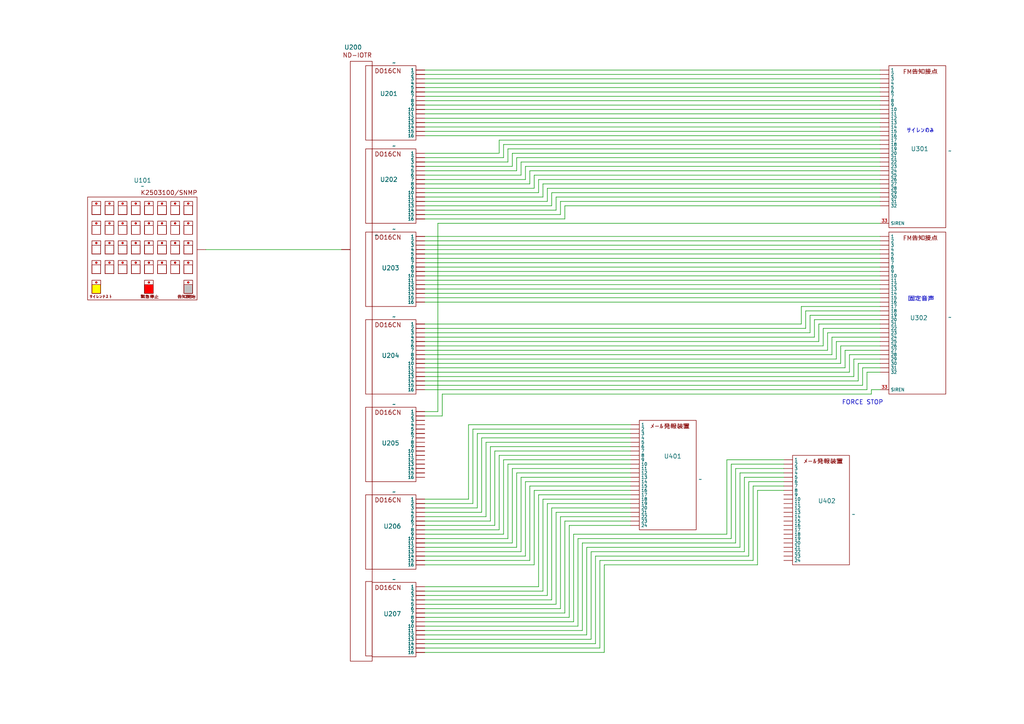
<source format=kicad_sch>
(kicad_sch (version 20231120) (generator "eeschema") (generator_version "8.0")
  (paper "A4")
  (title_block (title "K2503100を用いたシステム全体図") (date "2024-05-24") (rev "R100") (company "HOLLY&Co.,Ltd.") (comment 1 "共締めは大丈夫？") (comment 2 "共締めしない"))
  (lib_symbols
    (symbol "K2503100:DO16CN"
      (property "Reference" "U" (at -3.556 -0.254 0))
      (symbol "DO16CN_0_1"
        (rectangle (start -7.62 10.16) (end 5.08 -11.43))
      )
      (symbol "DO16CN_1_1"
        (text "DO16CN" (at -3.048 8.636 0) (effects (font (size 1.27 1.27))))
        (pin input line (at 7.62 8.89 180) (length 2.54) (name "1") (number ""))
        (pin input line (at 7.62 -2.54 180) (length 2.54) (name "10") (number ""))
        (pin input line (at 7.62 -3.81 180) (length 2.54) (name "11") (number ""))
        (pin input line (at 7.62 -5.08 180) (length 2.54) (name "12") (number ""))
        (pin input line (at 7.62 -6.35 180) (length 2.54) (name "13") (number ""))
        (pin input line (at 7.62 -7.62 180) (length 2.54) (name "14") (number ""))
        (pin input line (at 7.62 -8.89 180) (length 2.54) (name "15") (number ""))
        (pin input line (at 7.62 -10.16 180) (length 2.54) (name "16") (number ""))
        (pin input line (at 7.62 7.62 180) (length 2.54) (name "2") (number ""))
        (pin input line (at 7.62 6.35 180) (length 2.54) (name "3") (number ""))
        (pin input line (at 7.62 5.08 180) (length 2.54) (name "4") (number ""))
        (pin input line (at 7.62 3.81 180) (length 2.54) (name "5") (number ""))
        (pin input line (at 7.62 2.54 180) (length 2.54) (name "6") (number ""))
        (pin input line (at 7.62 1.27 180) (length 2.54) (name "7") (number ""))
        (pin input line (at 7.62 0 180) (length 2.54) (name "8") (number ""))
        (pin input line (at 7.62 -1.27 180) (length 2.54) (name "9") (number ""))
      )
    )
    (symbol "K2503100:FM_NOTICE" (in_bom no) (on_board no)
      (property "Reference" "U" (at 0 0 0))
      (symbol "FM_NOTICE_0_1"
        (rectangle (start -8.89 13.97) (end 7.62 -33.02))
      )
      (symbol "FM_NOTICE_1_1"
        (text "FM告知接点" (at 0.254 12.192 0) (effects (font (size 1.27 1.27))))
        (pin input line (at -11.43 12.7 0) (length 2.54) (name "1") (number ""))
        (pin input line (at -11.43 1.27 0) (length 2.54) (name "10") (number ""))
        (pin input line (at -11.43 0 0) (length 2.54) (name "11") (number ""))
        (pin input line (at -11.43 -1.27 0) (length 2.54) (name "12") (number ""))
        (pin input line (at -11.43 -2.54 0) (length 2.54) (name "13") (number ""))
        (pin input line (at -11.43 -3.81 0) (length 2.54) (name "14") (number ""))
        (pin input line (at -11.43 -5.08 0) (length 2.54) (name "15") (number ""))
        (pin input line (at -11.43 -6.35 0) (length 2.54) (name "16") (number ""))
        (pin input line (at -11.43 -7.62 0) (length 2.54) (name "17") (number ""))
        (pin input line (at -11.43 -8.89 0) (length 2.54) (name "18") (number ""))
        (pin input line (at -11.43 -10.16 0) (length 2.54) (name "19") (number ""))
        (pin input line (at -11.43 11.43 0) (length 2.54) (name "2") (number ""))
        (pin input line (at -11.43 -11.43 0) (length 2.54) (name "20") (number ""))
        (pin input line (at -11.43 -12.7 0) (length 2.54) (name "21") (number ""))
        (pin input line (at -11.43 -13.97 0) (length 2.54) (name "22") (number ""))
        (pin input line (at -11.43 -15.24 0) (length 2.54) (name "23") (number ""))
        (pin input line (at -11.43 -16.51 0) (length 2.54) (name "24") (number ""))
        (pin input line (at -11.43 -17.78 0) (length 2.54) (name "25") (number ""))
        (pin input line (at -11.43 -19.05 0) (length 2.54) (name "26") (number ""))
        (pin input line (at -11.43 -20.32 0) (length 2.54) (name "27") (number ""))
        (pin input line (at -11.43 -21.59 0) (length 2.54) (name "28") (number ""))
        (pin input line (at -11.43 -22.86 0) (length 2.54) (name "29") (number ""))
        (pin input line (at -11.43 10.16 0) (length 2.54) (name "3") (number ""))
        (pin input line (at -11.43 -24.13 0) (length 2.54) (name "30") (number ""))
        (pin input line (at -11.43 -25.4 0) (length 2.54) (name "31") (number ""))
        (pin input line (at -11.43 -26.67 0) (length 2.54) (name "32") (number ""))
        (pin input line (at -11.43 8.89 0) (length 2.54) (name "4") (number ""))
        (pin input line (at -11.43 7.62 0) (length 2.54) (name "5") (number ""))
        (pin input line (at -11.43 6.35 0) (length 2.54) (name "6") (number ""))
        (pin input line (at -11.43 5.08 0) (length 2.54) (name "7") (number ""))
        (pin input line (at -11.43 3.81 0) (length 2.54) (name "8") (number ""))
        (pin input line (at -11.43 2.54 0) (length 2.54) (name "9") (number ""))
        (pin input line (at -11.43 -31.75 0) (length 2.54) (name "SIREN") (number "33"))
      )
    )
    (symbol "K2503100:K2503100SNMP"
      (property "Reference" "U" (at -13.462 16.51 0))
      (symbol "K2503100SNMP_0_1"
        (rectangle (start -16.51 15.24) (end 15.24 -14.605))
      )
      (symbol "K2503100SNMP_1_1"
        (rectangle (start -15.24 -10.16) (end -12.7 -12.7) (fill (type color) (color 255 255 0 1)))
        (rectangle (start -15.24 -8.89) (end -12.7 -12.7))
        (rectangle (start -15.24 -4.445) (end -12.7 -6.985) (fill (type color) (color 255 255 255 1)))
        (rectangle (start -15.24 -3.175) (end -12.7 -6.985))
        (rectangle (start -15.24 1.27) (end -12.7 -1.27) (fill (type color) (color 255 255 255 1)))
        (rectangle (start -15.24 2.54) (end -12.7 -1.27))
        (rectangle (start -15.24 6.985) (end -12.7 4.445) (fill (type color) (color 255 255 255 1)))
        (rectangle (start -15.24 8.255) (end -12.7 4.445))
        (rectangle (start -15.24 12.7) (end -12.7 10.16) (fill (type color) (color 255 255 255 1)))
        (rectangle (start -15.24 13.97) (end -12.7 10.16))
        (circle (center -13.97 -9.525) (radius 0.254) (fill (type color) (color 255 0 0 1)))
        (circle (center -13.97 -3.81) (radius 0.254) (fill (type color) (color 255 0 0 1)))
        (circle (center -13.97 1.905) (radius 0.254) (fill (type color) (color 255 0 0 1)))
        (circle (center -13.97 7.62) (radius 0.254) (fill (type color) (color 255 0 0 1)))
        (circle (center -13.97 13.335) (radius 0.254) (fill (type color) (color 255 0 0 1)))
        (rectangle (start -11.43 -4.445) (end -8.89 -6.985) (fill (type color) (color 255 255 255 1)))
        (rectangle (start -11.43 -3.175) (end -8.89 -6.985))
        (rectangle (start -11.43 1.27) (end -8.89 -1.27) (fill (type color) (color 255 255 255 1)))
        (rectangle (start -11.43 2.54) (end -8.89 -1.27))
        (rectangle (start -11.43 6.985) (end -8.89 4.445) (fill (type color) (color 255 255 255 1)))
        (rectangle (start -11.43 8.255) (end -8.89 4.445))
        (rectangle (start -11.43 12.7) (end -8.89 10.16) (fill (type color) (color 255 255 255 1)))
        (rectangle (start -11.43 13.97) (end -8.89 10.16))
        (circle (center -10.16 -3.81) (radius 0.254) (fill (type color) (color 255 0 0 1)))
        (circle (center -10.16 1.905) (radius 0.254) (fill (type color) (color 255 0 0 1)))
        (circle (center -10.16 7.62) (radius 0.254) (fill (type color) (color 255 0 0 1)))
        (circle (center -10.16 13.335) (radius 0.254) (fill (type color) (color 255 0 0 1)))
        (rectangle (start -7.62 -4.445) (end -5.08 -6.985) (fill (type color) (color 255 255 255 1)))
        (rectangle (start -7.62 -3.175) (end -5.08 -6.985))
        (rectangle (start -7.62 1.27) (end -5.08 -1.27) (fill (type color) (color 255 255 255 1)))
        (rectangle (start -7.62 2.54) (end -5.08 -1.27))
        (rectangle (start -7.62 6.985) (end -5.08 4.445) (fill (type color) (color 255 255 255 1)))
        (rectangle (start -7.62 8.255) (end -5.08 4.445))
        (rectangle (start -7.62 12.7) (end -5.08 10.16) (fill (type color) (color 255 255 255 1)))
        (rectangle (start -7.62 13.97) (end -5.08 10.16))
        (circle (center -6.35 -3.81) (radius 0.254) (fill (type color) (color 255 0 0 1)))
        (circle (center -6.35 1.905) (radius 0.254) (fill (type color) (color 255 0 0 1)))
        (circle (center -6.35 7.62) (radius 0.254) (fill (type color) (color 255 0 0 1)))
        (circle (center -6.35 13.335) (radius 0.254) (fill (type color) (color 255 0 0 1)))
        (rectangle (start -3.81 -4.445) (end -1.27 -6.985) (fill (type color) (color 255 255 255 1)))
        (rectangle (start -3.81 -3.175) (end -1.27 -6.985))
        (rectangle (start -3.81 1.27) (end -1.27 -1.27) (fill (type color) (color 255 255 255 1)))
        (rectangle (start -3.81 2.54) (end -1.27 -1.27))
        (rectangle (start -3.81 6.985) (end -1.27 4.445) (fill (type color) (color 255 255 255 1)))
        (rectangle (start -3.81 8.255) (end -1.27 4.445))
        (rectangle (start -3.81 12.7) (end -1.27 10.16) (fill (type color) (color 255 255 255 1)))
        (rectangle (start -3.81 13.97) (end -1.27 10.16))
        (circle (center -2.54 -3.81) (radius 0.254) (fill (type color) (color 255 0 0 1)))
        (circle (center -2.54 1.905) (radius 0.254) (fill (type color) (color 255 0 0 1)))
        (circle (center -2.54 7.62) (radius 0.254) (fill (type color) (color 255 0 0 1)))
        (circle (center -2.54 13.335) (radius 0.254) (fill (type color) (color 255 0 0 1)))
        (rectangle (start 0 -10.16) (end 2.54 -12.7) (fill (type color) (color 255 0 0 1)))
        (rectangle (start 0 -8.89) (end 2.54 -12.7))
        (rectangle (start 0 -4.445) (end 2.54 -6.985) (fill (type color) (color 255 255 255 1)))
        (rectangle (start 0 -3.175) (end 2.54 -6.985))
        (rectangle (start 0 1.27) (end 2.54 -1.27) (fill (type color) (color 255 255 255 1)))
        (rectangle (start 0 2.54) (end 2.54 -1.27))
        (rectangle (start 0 6.985) (end 2.54 4.445) (fill (type color) (color 255 255 255 1)))
        (rectangle (start 0 8.255) (end 2.54 4.445))
        (rectangle (start 0 12.7) (end 2.54 10.16) (fill (type color) (color 255 255 255 1)))
        (rectangle (start 0 13.97) (end 2.54 10.16))
        (circle (center 1.27 -9.525) (radius 0.254) (fill (type color) (color 255 0 0 1)))
        (circle (center 1.27 -3.81) (radius 0.254) (fill (type color) (color 255 0 0 1)))
        (circle (center 1.27 1.905) (radius 0.254) (fill (type color) (color 255 0 0 1)))
        (circle (center 1.27 7.62) (radius 0.254) (fill (type color) (color 255 0 0 1)))
        (circle (center 1.27 13.335) (radius 0.254) (fill (type color) (color 255 0 0 1)))
        (rectangle (start 3.81 -4.445) (end 6.35 -6.985) (fill (type color) (color 255 255 255 1)))
        (rectangle (start 3.81 -3.175) (end 6.35 -6.985))
        (rectangle (start 3.81 1.27) (end 6.35 -1.27) (fill (type color) (color 255 255 255 1)))
        (rectangle (start 3.81 2.54) (end 6.35 -1.27))
        (rectangle (start 3.81 6.985) (end 6.35 4.445) (fill (type color) (color 255 255 255 1)))
        (rectangle (start 3.81 8.255) (end 6.35 4.445))
        (rectangle (start 3.81 12.7) (end 6.35 10.16) (fill (type color) (color 255 255 255 1)))
        (rectangle (start 3.81 13.97) (end 6.35 10.16))
        (circle (center 5.08 -3.81) (radius 0.254) (fill (type color) (color 255 0 0 1)))
        (circle (center 5.08 1.905) (radius 0.254) (fill (type color) (color 255 0 0 1)))
        (circle (center 5.08 7.62) (radius 0.254) (fill (type color) (color 255 0 0 1)))
        (circle (center 5.08 13.335) (radius 0.254) (fill (type color) (color 255 0 0 1)))
        (rectangle (start 7.62 -4.445) (end 10.16 -6.985) (fill (type color) (color 255 255 255 1)))
        (rectangle (start 7.62 -3.175) (end 10.16 -6.985))
        (rectangle (start 7.62 1.27) (end 10.16 -1.27) (fill (type color) (color 255 255 255 1)))
        (rectangle (start 7.62 2.54) (end 10.16 -1.27))
        (rectangle (start 7.62 6.985) (end 10.16 4.445) (fill (type color) (color 255 255 255 1)))
        (rectangle (start 7.62 8.255) (end 10.16 4.445))
        (rectangle (start 7.62 12.7) (end 10.16 10.16) (fill (type color) (color 255 255 255 1)))
        (rectangle (start 7.62 13.97) (end 10.16 10.16))
        (circle (center 8.89 -3.81) (radius 0.254) (fill (type color) (color 255 0 0 1)))
        (circle (center 8.89 1.905) (radius 0.254) (fill (type color) (color 255 0 0 1)))
        (circle (center 8.89 7.62) (radius 0.254) (fill (type color) (color 255 0 0 1)))
        (circle (center 8.89 13.335) (radius 0.254) (fill (type color) (color 255 0 0 1)))
        (rectangle (start 11.43 -10.16) (end 13.97 -12.7) (fill (type color) (color 194 194 194 1)))
        (rectangle (start 11.43 -8.89) (end 13.97 -12.7))
        (rectangle (start 11.43 -4.445) (end 13.97 -6.985) (fill (type color) (color 255 255 255 1)))
        (rectangle (start 11.43 -3.175) (end 13.97 -6.985))
        (rectangle (start 11.43 1.27) (end 13.97 -1.27) (fill (type color) (color 255 255 255 1)))
        (rectangle (start 11.43 2.54) (end 13.97 -1.27))
        (rectangle (start 11.43 6.985) (end 13.97 4.445) (fill (type color) (color 255 255 255 1)))
        (rectangle (start 11.43 8.255) (end 13.97 4.445))
        (rectangle (start 11.43 12.7) (end 13.97 10.16) (fill (type color) (color 255 255 255 1)))
        (rectangle (start 11.43 13.97) (end 13.97 10.16))
        (circle (center 12.7 -9.525) (radius 0.254) (fill (type color) (color 255 0 0 1)))
        (circle (center 12.7 -3.81) (radius 0.254) (fill (type color) (color 255 0 0 1)))
        (circle (center 12.7 1.905) (radius 0.254) (fill (type color) (color 255 0 0 1)))
        (circle (center 12.7 7.62) (radius 0.254) (fill (type color) (color 255 0 0 1)))
        (circle (center 12.7 13.335) (radius 0.254) (fill (type color) (color 255 0 0 1)))
        (text "K2503100/SNMP" (at 7.112 16.51 0) (effects (font (size 1.27 1.27))))
        (text "サイレンテスト" (at -12.7 -13.716 0) (effects (font (size 0.889 0.889))))
        (text "告知開始" (at 12.192 -13.716 0) (effects (font (size 0.889 0.889))))
        (text "緊急停止" (at 1.524 -13.716 0) (effects (font (size 0.889 0.889))))
        (pin output line (at 17.78 0 180) (length 2.54) (name "") (number ""))
      )
    )
    (symbol "K2503100:MAIL_SENDER"
      (property "Reference" "U" (at 0 0 0))
      (symbol "MAIL_SENDER_0_1"
        (rectangle (start -7.62 15.24) (end 8.89 -16.51))
      )
      (symbol "MAIL_SENDER_1_1"
        (text "メール発報装置" (at 1.27 13.462 0) (effects (font (size 1.27 1.27))))
        (pin input line (at -10.16 13.97 0) (length 2.54) (name "1") (number ""))
        (pin input line (at -10.16 2.54 0) (length 2.54) (name "10") (number ""))
        (pin input line (at -10.16 1.27 0) (length 2.54) (name "11") (number ""))
        (pin input line (at -10.16 0 0) (length 2.54) (name "12") (number ""))
        (pin input line (at -10.16 -1.27 0) (length 2.54) (name "13") (number ""))
        (pin input line (at -10.16 -2.54 0) (length 2.54) (name "14") (number ""))
        (pin input line (at -10.16 -3.81 0) (length 2.54) (name "15") (number ""))
        (pin input line (at -10.16 -5.08 0) (length 2.54) (name "16") (number ""))
        (pin input line (at -10.16 -6.35 0) (length 2.54) (name "17") (number ""))
        (pin input line (at -10.16 -7.62 0) (length 2.54) (name "18") (number ""))
        (pin input line (at -10.16 -8.89 0) (length 2.54) (name "19") (number ""))
        (pin input line (at -10.16 12.7 0) (length 2.54) (name "2") (number ""))
        (pin input line (at -10.16 -10.16 0) (length 2.54) (name "20") (number ""))
        (pin input line (at -10.16 -11.43 0) (length 2.54) (name "21") (number ""))
        (pin input line (at -10.16 -12.7 0) (length 2.54) (name "22") (number ""))
        (pin input line (at -10.16 -13.97 0) (length 2.54) (name "23") (number ""))
        (pin input line (at -10.16 -15.24 0) (length 2.54) (name "24") (number ""))
        (pin input line (at -10.16 11.43 0) (length 2.54) (name "3") (number ""))
        (pin input line (at -10.16 10.16 0) (length 2.54) (name "4") (number ""))
        (pin input line (at -10.16 8.89 0) (length 2.54) (name "5") (number ""))
        (pin input line (at -10.16 7.62 0) (length 2.54) (name "6") (number ""))
        (pin input line (at -10.16 6.35 0) (length 2.54) (name "7") (number ""))
        (pin input line (at -10.16 5.08 0) (length 2.54) (name "8") (number ""))
        (pin input line (at -10.16 3.81 0) (length 2.54) (name "9") (number ""))
      )
    )
    (symbol "K2503100:ND-IOTR"
      (property "Reference" "U" (at 3.302 11.43 0))
      (symbol "ND-IOTR_0_1"
        (polyline (pts (xy 6.35 -96.266) (xy 4.445 -96.266) (xy 4.445 -117.856) (xy 6.35 -117.856)))
        (polyline (pts (xy 6.35 -71.12) (xy 4.445 -71.12) (xy 4.445 -92.71) (xy 6.35 -92.71)))
        (polyline (pts (xy 6.35 -45.72) (xy 4.445 -45.72) (xy 4.445 -67.31) (xy 6.35 -67.31)))
        (polyline (pts (xy 6.35 -20.32) (xy 4.445 -20.32) (xy 4.445 -41.91) (xy 6.35 -41.91)))
        (polyline (pts (xy 6.35 5.08) (xy 4.445 5.08) (xy 4.445 -16.51) (xy 6.35 -16.51)))
        (polyline (pts (xy 6.35 29.21) (xy 4.445 29.21) (xy 4.445 7.62) (xy 6.35 7.62)))
        (polyline (pts (xy 6.35 31.75) (xy 4.445 31.75) (xy 4.445 53.34) (xy 6.35 53.34)))
        (rectangle (start 0 54.61) (end 6.35 -119.38))
      )
      (symbol "ND-IOTR_1_1"
        (text "ND-IOTR" (at 2.032 56.388 0) (effects (font (size 1.27 1.27))))
        (pin input line (at -2.54 0 0) (length 2.54) (name "") (number ""))
      )
    )
  )
  (wire (pts (xy 123.19 78.74) (xy 255.27 78.74)))
  (wire (pts (xy 123.19 87.63) (xy 255.27 87.63)))
  (wire (pts (xy 123.19 106.68) (xy 245.11 106.68)))
  (wire (pts (xy 128.27 114.3) (xy 128.27 120.65)))
  (wire (pts (xy 144.78 132.08) (xy 182.88 132.08)))
  (wire (pts (xy 247.65 109.22) (xy 247.65 104.14)))
  (wire (pts (xy 160.02 55.88) (xy 160.02 59.69)))
  (wire (pts (xy 234.95 91.44) (xy 255.27 91.44)))
  (wire (pts (xy 255.27 71.12) (xy 123.19 71.12)))
  (wire (pts (xy 217.17 139.7) (xy 227.33 139.7)))
  (wire (pts (xy 123.19 163.83) (xy 154.94 163.83)))
  (wire (pts (xy 214.63 158.75) (xy 214.63 137.16)))
  (wire (pts (xy 127 64.77) (xy 255.27 64.77)))
  (wire (pts (xy 123.19 57.15) (xy 157.48 57.15)))
  (wire (pts (xy 212.09 156.21) (xy 212.09 134.62)))
  (wire (pts (xy 172.72 161.29) (xy 217.17 161.29)))
  (wire (pts (xy 246.38 102.87) (xy 246.38 107.95)))
  (wire (pts (xy 152.4 52.07) (xy 152.4 48.26)))
  (wire (pts (xy 233.68 95.25) (xy 233.68 90.17)))
  (wire (pts (xy 123.19 59.69) (xy 160.02 59.69)))
  (wire (pts (xy 123.19 49.53) (xy 149.86 49.53)))
  (wire (pts (xy 151.13 46.99) (xy 255.27 46.99)))
  (wire (pts (xy 147.32 43.18) (xy 255.27 43.18)))
  (wire (pts (xy 138.43 125.73) (xy 138.43 147.32)))
  (wire (pts (xy 144.78 132.08) (xy 144.78 153.67)))
  (wire (pts (xy 123.19 104.14) (xy 242.57 104.14)))
  (wire (pts (xy 232.41 88.9) (xy 255.27 88.9)))
  (wire (pts (xy 149.86 49.53) (xy 149.86 45.72)))
  (wire (pts (xy 154.94 54.61) (xy 154.94 50.8)))
  (wire (pts (xy 241.3 97.79) (xy 241.3 102.87)))
  (wire (pts (xy 143.51 130.81) (xy 143.51 152.4)))
  (wire (pts (xy 123.19 34.29) (xy 255.27 34.29)))
  (wire (pts (xy 165.1 152.4) (xy 165.1 179.07)))
  (wire (pts (xy 123.19 111.76) (xy 250.19 111.76)))
  (wire (pts (xy 218.44 162.56) (xy 173.99 162.56)))
  (wire (pts (xy 139.7 148.59) (xy 139.7 127)))
  (wire (pts (xy 123.19 182.88) (xy 168.91 182.88)))
  (wire (pts (xy 123.19 74.93) (xy 255.27 74.93)))
  (wire (pts (xy 123.19 38.1) (xy 255.27 38.1)))
  (wire (pts (xy 175.26 189.23) (xy 175.26 163.83)))
  (wire (pts (xy 170.18 158.75) (xy 214.63 158.75)))
  (wire (pts (xy 255.27 102.87) (xy 246.38 102.87)))
  (wire (pts (xy 214.63 137.16) (xy 227.33 137.16)))
  (wire (pts (xy 158.75 54.61) (xy 255.27 54.61)))
  (wire (pts (xy 149.86 45.72) (xy 255.27 45.72)))
  (wire (pts (xy 215.9 138.43) (xy 215.9 160.02)))
  (wire (pts (xy 175.26 163.83) (xy 219.71 163.83)))
  (wire (pts (xy 123.19 93.98) (xy 232.41 93.98)))
  (wire (pts (xy 215.9 160.02) (xy 171.45 160.02)))
  (wire (pts (xy 250.19 111.76) (xy 250.19 106.68)))
  (wire (pts (xy 162.56 149.86) (xy 182.88 149.86)))
  (wire (pts (xy 123.19 147.32) (xy 138.43 147.32)))
  (wire (pts (xy 123.19 99.06) (xy 237.49 99.06)))
  (wire (pts (xy 140.97 128.27) (xy 140.97 149.86)))
  (wire (pts (xy 140.97 149.86) (xy 123.19 149.86)))
  (wire (pts (xy 252.73 113.03) (xy 252.73 114.3)))
  (wire (pts (xy 173.99 187.96) (xy 173.99 162.56)))
  (wire (pts (xy 123.19 101.6) (xy 240.03 101.6)))
  (wire (pts (xy 166.37 180.34) (xy 166.37 154.94)))
  (wire (pts (xy 213.36 157.48) (xy 168.91 157.48)))
  (wire (pts (xy 123.19 73.66) (xy 255.27 73.66)))
  (wire (pts (xy 210.82 133.35) (xy 227.33 133.35)))
  (wire (pts (xy 162.56 58.42) (xy 255.27 58.42)))
  (wire (pts (xy 123.19 20.32) (xy 255.27 20.32)))
  (wire (pts (xy 227.33 138.43) (xy 215.9 138.43)))
  (wire (pts (xy 154.94 50.8) (xy 255.27 50.8)))
  (wire (pts (xy 123.19 76.2) (xy 255.27 76.2)))
  (wire (pts (xy 252.73 114.3) (xy 128.27 114.3)))
  (wire (pts (xy 149.86 158.75) (xy 123.19 158.75)))
  (wire (pts (xy 158.75 146.05) (xy 182.88 146.05)))
  (wire (pts (xy 137.16 124.46) (xy 182.88 124.46)))
  (wire (pts (xy 217.17 161.29) (xy 217.17 139.7)))
  (wire (pts (xy 123.19 109.22) (xy 247.65 109.22)))
  (wire (pts (xy 156.21 55.88) (xy 156.21 52.07)))
  (wire (pts (xy 123.19 30.48) (xy 255.27 30.48)))
  (wire (pts (xy 156.21 143.51) (xy 182.88 143.51)))
  (wire (pts (xy 123.19 46.99) (xy 147.32 46.99)))
  (wire (pts (xy 152.4 139.7) (xy 152.4 161.29)))
  (wire (pts (xy 246.38 107.95) (xy 123.19 107.95)))
  (wire (pts (xy 148.59 157.48) (xy 148.59 135.89)))
  (wire (pts (xy 123.19 144.78) (xy 135.89 144.78)))
  (wire (pts (xy 149.86 137.16) (xy 182.88 137.16)))
  (wire (pts (xy 123.19 171.45) (xy 157.48 171.45)))
  (wire (pts (xy 123.19 45.72) (xy 146.05 45.72)))
  (wire (pts (xy 219.71 142.24) (xy 227.33 142.24)))
  (wire (pts (xy 147.32 134.62) (xy 182.88 134.62)))
  (wire (pts (xy 123.19 50.8) (xy 151.13 50.8)))
  (wire (pts (xy 123.19 184.15) (xy 170.18 184.15)))
  (wire (pts (xy 255.27 105.41) (xy 248.92 105.41)))
  (wire (pts (xy 143.51 130.81) (xy 182.88 130.81)))
  (wire (pts (xy 146.05 133.35) (xy 182.88 133.35)))
  (wire (pts (xy 158.75 58.42) (xy 158.75 54.61)))
  (wire (pts (xy 142.24 129.54) (xy 182.88 129.54)))
  (wire (pts (xy 123.19 58.42) (xy 158.75 58.42)))
  (wire (pts (xy 233.68 90.17) (xy 255.27 90.17)))
  (wire (pts (xy 153.67 162.56) (xy 153.67 140.97)))
  (wire (pts (xy 123.19 72.39) (xy 255.27 72.39)))
  (wire (pts (xy 123.19 148.59) (xy 139.7 148.59)))
  (wire (pts (xy 123.19 21.59) (xy 255.27 21.59)))
  (wire (pts (xy 165.1 152.4) (xy 182.88 152.4)))
  (wire (pts (xy 123.19 187.96) (xy 173.99 187.96)))
  (wire (pts (xy 243.84 100.33) (xy 243.84 105.41)))
  (wire (pts (xy 147.32 156.21) (xy 123.19 156.21)))
  (wire (pts (xy 248.92 105.41) (xy 248.92 110.49)))
  (wire (pts (xy 123.19 24.13) (xy 255.27 24.13)))
  (wire (pts (xy 167.64 156.21) (xy 212.09 156.21)))
  (wire (pts (xy 123.19 69.85) (xy 255.27 69.85)))
  (wire (pts (xy 123.19 80.01) (xy 255.27 80.01)))
  (wire (pts (xy 237.49 99.06) (xy 237.49 93.98)))
  (wire (pts (xy 123.19 77.47) (xy 255.27 77.47)))
  (wire (pts (xy 163.83 151.13) (xy 163.83 177.8)))
  (wire (pts (xy 238.76 100.33) (xy 123.19 100.33)))
  (wire (pts (xy 123.19 60.96) (xy 161.29 60.96)))
  (wire (pts (xy 123.19 33.02) (xy 255.27 33.02)))
  (wire (pts (xy 123.19 25.4) (xy 255.27 25.4)))
  (wire (pts (xy 135.89 123.19) (xy 182.88 123.19)))
  (wire (pts (xy 123.19 63.5) (xy 163.83 63.5)))
  (wire (pts (xy 163.83 59.69) (xy 255.27 59.69)))
  (wire (pts (xy 123.19 175.26) (xy 161.29 175.26)))
  (wire (pts (xy 123.19 26.67) (xy 255.27 26.67)))
  (wire (pts (xy 148.59 44.45) (xy 255.27 44.45)))
  (wire (pts (xy 123.19 186.69) (xy 172.72 186.69)))
  (wire (pts (xy 123.19 44.45) (xy 144.78 44.45)))
  (wire (pts (xy 236.22 97.79) (xy 236.22 92.71)))
  (wire (pts (xy 163.83 151.13) (xy 182.88 151.13)))
  (wire (pts (xy 123.19 161.29) (xy 152.4 161.29)))
  (wire (pts (xy 240.03 101.6) (xy 240.03 96.52)))
  (wire (pts (xy 255.27 95.25) (xy 238.76 95.25)))
  (wire (pts (xy 160.02 147.32) (xy 182.88 147.32)))
  (wire (pts (xy 251.46 113.03) (xy 123.19 113.03)))
  (wire (pts (xy 219.71 163.83) (xy 219.71 142.24)))
  (wire (pts (xy 161.29 57.15) (xy 255.27 57.15)))
  (wire (pts (xy 153.67 140.97) (xy 182.88 140.97)))
  (wire (pts (xy 123.19 173.99) (xy 160.02 173.99)))
  (wire (pts (xy 123.19 83.82) (xy 255.27 83.82)))
  (wire (pts (xy 123.19 157.48) (xy 148.59 157.48)))
  (wire (pts (xy 162.56 58.42) (xy 162.56 62.23)))
  (wire (pts (xy 123.19 146.05) (xy 137.16 146.05)))
  (wire (pts (xy 123.19 177.8) (xy 163.83 177.8)))
  (wire (pts (xy 123.19 96.52) (xy 234.95 96.52)))
  (wire (pts (xy 148.59 135.89) (xy 182.88 135.89)))
  (wire (pts (xy 227.33 135.89) (xy 213.36 135.89)))
  (wire (pts (xy 213.36 135.89) (xy 213.36 157.48)))
  (wire (pts (xy 243.84 105.41) (xy 123.19 105.41)))
  (wire (pts (xy 218.44 140.97) (xy 218.44 162.56)))
  (wire (pts (xy 123.19 48.26) (xy 148.59 48.26)))
  (wire (pts (xy 212.09 134.62) (xy 227.33 134.62)))
  (wire (pts (xy 123.19 53.34) (xy 153.67 53.34)))
  (wire (pts (xy 240.03 96.52) (xy 255.27 96.52)))
  (wire (pts (xy 163.83 63.5) (xy 163.83 59.69)))
  (wire (pts (xy 167.64 181.61) (xy 167.64 156.21)))
  (wire (pts (xy 156.21 143.51) (xy 156.21 170.18)))
  (wire (pts (xy 146.05 154.94) (xy 146.05 133.35)))
  (wire (pts (xy 255.27 100.33) (xy 243.84 100.33)))
  (wire (pts (xy 123.19 55.88) (xy 156.21 55.88)))
  (wire (pts (xy 59.69 72.39) (xy 99.06 72.39)))
  (wire (pts (xy 242.57 99.06) (xy 255.27 99.06)))
  (wire (pts (xy 172.72 186.69) (xy 172.72 161.29)))
  (wire (pts (xy 123.19 68.58) (xy 255.27 68.58)))
  (wire (pts (xy 234.95 96.52) (xy 234.95 91.44)))
  (wire (pts (xy 245.11 101.6) (xy 255.27 101.6)))
  (wire (pts (xy 137.16 146.05) (xy 137.16 124.46)))
  (wire (pts (xy 144.78 153.67) (xy 123.19 153.67)))
  (wire (pts (xy 241.3 102.87) (xy 123.19 102.87)))
  (wire (pts (xy 123.19 185.42) (xy 171.45 185.42)))
  (wire (pts (xy 151.13 50.8) (xy 151.13 46.99)))
  (wire (pts (xy 148.59 44.45) (xy 148.59 48.26)))
  (wire (pts (xy 168.91 182.88) (xy 168.91 157.48)))
  (wire (pts (xy 152.4 139.7) (xy 182.88 139.7)))
  (wire (pts (xy 232.41 93.98) (xy 232.41 88.9)))
  (wire (pts (xy 157.48 144.78) (xy 182.88 144.78)))
  (wire (pts (xy 238.76 95.25) (xy 238.76 100.33)))
  (wire (pts (xy 156.21 52.07) (xy 255.27 52.07)))
  (wire (pts (xy 151.13 160.02) (xy 151.13 138.43)))
  (wire (pts (xy 236.22 92.71) (xy 255.27 92.71)))
  (wire (pts (xy 128.27 120.65) (xy 123.19 120.65)))
  (wire (pts (xy 157.48 144.78) (xy 157.48 171.45)))
  (wire (pts (xy 139.7 127) (xy 182.88 127)))
  (wire (pts (xy 123.19 29.21) (xy 255.27 29.21)))
  (wire (pts (xy 255.27 107.95) (xy 251.46 107.95)))
  (wire (pts (xy 250.19 106.68) (xy 255.27 106.68)))
  (wire (pts (xy 123.19 35.56) (xy 255.27 35.56)))
  (wire (pts (xy 245.11 106.68) (xy 245.11 101.6)))
  (wire (pts (xy 144.78 40.64) (xy 255.27 40.64)))
  (wire (pts (xy 255.27 113.03) (xy 252.73 113.03)))
  (wire (pts (xy 147.32 134.62) (xy 147.32 156.21)))
  (wire (pts (xy 161.29 148.59) (xy 182.88 148.59)))
  (wire (pts (xy 161.29 60.96) (xy 161.29 57.15)))
  (wire (pts (xy 237.49 93.98) (xy 255.27 93.98)))
  (wire (pts (xy 123.19 27.94) (xy 255.27 27.94)))
  (wire (pts (xy 146.05 45.72) (xy 146.05 41.91)))
  (wire (pts (xy 248.92 110.49) (xy 123.19 110.49)))
  (wire (pts (xy 123.19 95.25) (xy 233.68 95.25)))
  (wire (pts (xy 123.19 36.83) (xy 255.27 36.83)))
  (wire (pts (xy 123.19 162.56) (xy 153.67 162.56)))
  (wire (pts (xy 123.19 97.79) (xy 236.22 97.79)))
  (wire (pts (xy 144.78 44.45) (xy 144.78 40.64)))
  (wire (pts (xy 242.57 104.14) (xy 242.57 99.06)))
  (wire (pts (xy 123.19 181.61) (xy 167.64 181.61)))
  (wire (pts (xy 123.19 52.07) (xy 152.4 52.07)))
  (wire (pts (xy 123.19 154.94) (xy 146.05 154.94)))
  (wire (pts (xy 123.19 22.86) (xy 255.27 22.86)))
  (wire (pts (xy 170.18 184.15) (xy 170.18 158.75)))
  (wire (pts (xy 210.82 154.94) (xy 210.82 133.35)))
  (wire (pts (xy 143.51 152.4) (xy 123.19 152.4)))
  (wire (pts (xy 171.45 185.42) (xy 171.45 160.02)))
  (wire (pts (xy 123.19 39.37) (xy 255.27 39.37)))
  (wire (pts (xy 142.24 151.13) (xy 123.19 151.13)))
  (wire (pts (xy 154.94 142.24) (xy 182.88 142.24)))
  (wire (pts (xy 255.27 97.79) (xy 241.3 97.79)))
  (wire (pts (xy 123.19 179.07) (xy 165.1 179.07)))
  (wire (pts (xy 135.89 144.78) (xy 135.89 123.19)))
  (wire (pts (xy 152.4 48.26) (xy 255.27 48.26)))
  (wire (pts (xy 147.32 46.99) (xy 147.32 43.18)))
  (wire (pts (xy 146.05 41.91) (xy 255.27 41.91)))
  (wire (pts (xy 123.19 82.55) (xy 255.27 82.55)))
  (wire (pts (xy 151.13 138.43) (xy 182.88 138.43)))
  (wire (pts (xy 123.19 86.36) (xy 255.27 86.36)))
  (wire (pts (xy 166.37 154.94) (xy 210.82 154.94)))
  (wire (pts (xy 158.75 146.05) (xy 158.75 172.72)))
  (wire (pts (xy 149.86 137.16) (xy 149.86 158.75)))
  (wire (pts (xy 127 64.77) (xy 127 119.38)))
  (wire (pts (xy 123.19 54.61) (xy 154.94 54.61)))
  (wire (pts (xy 123.19 81.28) (xy 255.27 81.28)))
  (wire (pts (xy 123.19 172.72) (xy 158.75 172.72)))
  (wire (pts (xy 123.19 189.23) (xy 175.26 189.23)))
  (wire (pts (xy 123.19 160.02) (xy 151.13 160.02)))
  (wire (pts (xy 123.19 176.53) (xy 162.56 176.53)))
  (wire (pts (xy 160.02 147.32) (xy 160.02 173.99)))
  (wire (pts (xy 123.19 31.75) (xy 255.27 31.75)))
  (wire (pts (xy 160.02 55.88) (xy 255.27 55.88)))
  (wire (pts (xy 123.19 180.34) (xy 166.37 180.34)))
  (wire (pts (xy 157.48 57.15) (xy 157.48 53.34)))
  (wire (pts (xy 123.19 62.23) (xy 162.56 62.23)))
  (wire (pts (xy 161.29 148.59) (xy 161.29 175.26)))
  (wire (pts (xy 153.67 49.53) (xy 255.27 49.53)))
  (wire (pts (xy 227.33 140.97) (xy 218.44 140.97)))
  (wire (pts (xy 138.43 125.73) (xy 182.88 125.73)))
  (wire (pts (xy 140.97 128.27) (xy 182.88 128.27)))
  (wire (pts (xy 247.65 104.14) (xy 255.27 104.14)))
  (wire (pts (xy 123.19 85.09) (xy 255.27 85.09)))
  (wire (pts (xy 127 119.38) (xy 123.19 119.38)))
  (wire (pts (xy 123.19 170.18) (xy 156.21 170.18)))
  (wire (pts (xy 153.67 53.34) (xy 153.67 49.53)))
  (wire (pts (xy 251.46 107.95) (xy 251.46 113.03)))
  (wire (pts (xy 154.94 142.24) (xy 154.94 163.83)))
  (wire (pts (xy 162.56 149.86) (xy 162.56 176.53)))
  (wire (pts (xy 157.48 53.34) (xy 255.27 53.34)))
  (wire (pts (xy 142.24 129.54) (xy 142.24 151.13)))
  (text "FORCE STOP" (at 250.19 116.84 0) (effects (font (size 1.27 1.27))))
  (text "サイレンのみ" (at 266.954 38.1 0) (effects (font (size 1.27 1.27))))
  (text "固定音声" (at 267.208 86.868 0) (effects (font (size 1.27 1.27))))
  (symbol (lib_name "K2503100:DO16CN") (lib_id "K2503100:DO16CN") (at 115.57 102.87 0) (unit 1)
    (property "Reference" "U204" (at 113.284 103.124 0))
    (property "Value" "~" (at 114.3 91.8599 0))
  )
  (symbol (lib_name "K2503100:DO16CN") (lib_id "K2503100:DO16CN") (at 115.57 179.07 0) (unit 1)
    (property "Reference" "U207" (at 113.792 178.054 0))
    (property "Value" "~" (at 114.3 168.0599 0))
  )
  (symbol (lib_id "K2503100:ND-IOTR") (at 101.6 72.39 0) (unit 1)
    (property "Reference" "U200" (at 99.822 13.716 0) (effects (justify left)))
    (property "Value" "~" (at 108.585 68.2047 0) (effects (justify left)))
  )
  (symbol (lib_name "K2503100:DO16CN") (lib_id "K2503100:DO16CN") (at 115.57 153.67 0) (unit 1)
    (property "Reference" "U206" (at 113.792 152.654 0))
    (property "Value" "~" (at 114.3 142.6599 0))
  )
  (symbol (lib_name "K2503100:MAIL_SENDER") (lib_id "K2503100:MAIL_SENDER") (at 237.49 147.32 0) (unit 1)
    (property "Reference" "U402" (at 237.236 145.288 0) (effects (justify left)))
    (property "Value" "~" (at 247.015 149.1672 0) (effects (justify left)))
  )
  (symbol (lib_name "K2503100:FM_NOTICE") (lib_id "K2503100:FM_NOTICE") (at 266.7 33.02 0) (unit 1) (in_bom no) (on_board no)
    (property "Reference" "U301" (at 264.16 43.18 0) (effects (justify left)))
    (property "Value" "~" (at 274.955 43.7572 0) (effects (justify left)))
  )
  (symbol (lib_name "K2503100:DO16CN") (lib_id "K2503100:DO16CN") (at 115.57 77.47 0) (unit 1)
    (property "Reference" "U203" (at 113.284 77.724 0))
    (property "Value" "~" (at 114.3 66.4599 0))
  )
  (symbol (lib_name "K2503100:MAIL_SENDER") (lib_id "K2503100:MAIL_SENDER") (at 193.04 137.16 0) (unit 1)
    (property "Reference" "U401" (at 192.532 132.334 0) (effects (justify left)))
    (property "Value" "~" (at 202.565 139.0072 0) (effects (justify left)))
  )
  (symbol (lib_name "K2503100:DO16CN") (lib_id "K2503100:DO16CN") (at 115.57 29.21 0) (unit 1)
    (property "Reference" "U201" (at 112.776 27.178 0))
    (property "Value" "~" (at 114.3 18.1999 0))
  )
  (symbol (lib_id "K2503100:K2503100SNMP") (at 41.91 72.39 0) (unit 1)
    (property "Reference" "U101" (at 41.3487 52.3269 0))
    (property "Value" "~" (at 41.3487 54.0083 0))
  )
  (symbol (lib_name "K2503100:DO16CN") (lib_id "K2503100:DO16CN") (at 115.57 128.27 0) (unit 1)
    (property "Reference" "U205" (at 113.284 128.524 0))
    (property "Value" "~" (at 114.3 117.2599 0))
  )
  (symbol (lib_name "K2503100:DO16CN") (lib_id "K2503100:DO16CN") (at 115.57 53.34 0) (unit 1)
    (property "Reference" "U202" (at 112.776 52.07 0))
    (property "Value" "~" (at 114.3 42.3299 0))
  )
  (symbol (lib_name "K2503100:FM_NOTICE") (lib_id "K2503100:FM_NOTICE") (at 266.7 81.28 0) (unit 1) (in_bom no) (on_board no)
    (property "Reference" "U302" (at 263.906 92.202 0) (effects (justify left)))
    (property "Value" "~" (at 274.955 92.0172 0) (effects (justify left)))
  )
)
</source>
